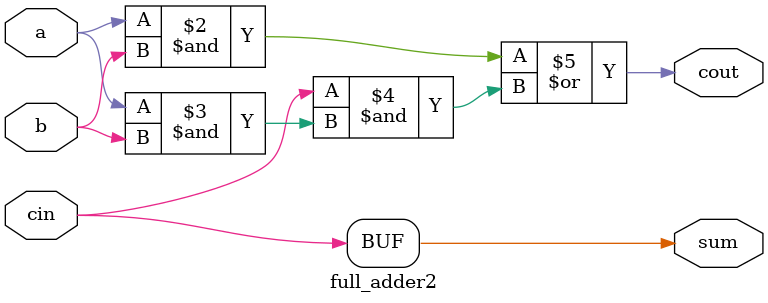
<source format=v>
module full_adder2(a,b,cin,sum,cout);
input a,b,cin;
output sum,cout;
assign sum = 1'b0^cin;
assign cout = a&b|cin&(a&b); 
// initial begin
//     $display("The incorrect adder with xor0 and xor1 having out/0 and in1/0");
// end   
endmodule
</source>
